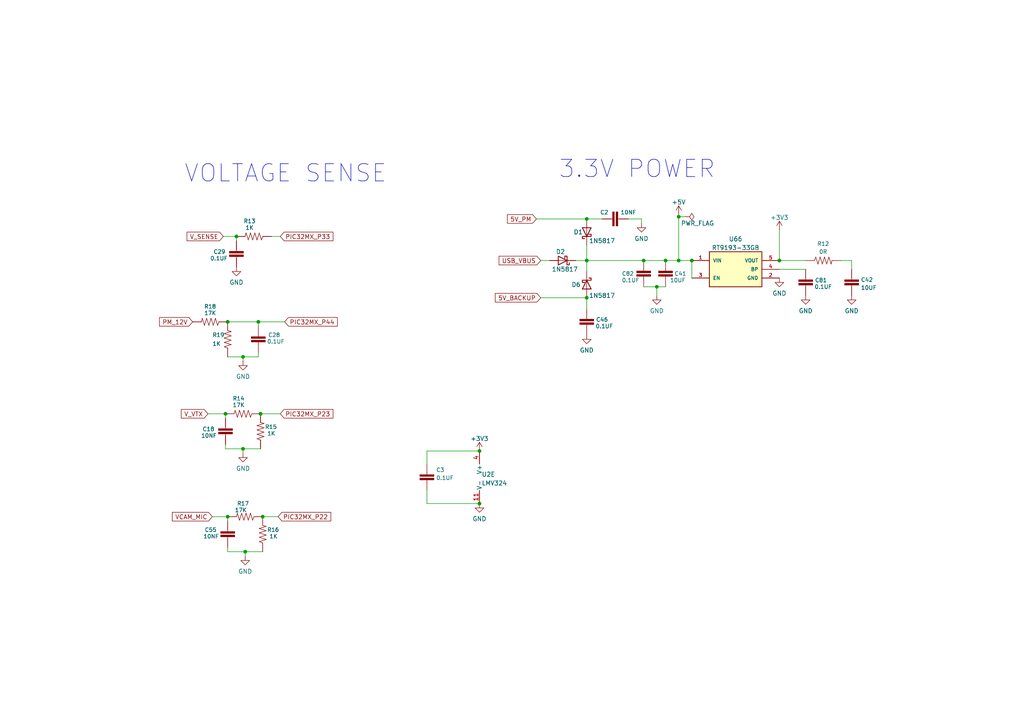
<source format=kicad_sch>
(kicad_sch (version 20211123) (generator eeschema)
  (paper "A4")
  (lib_symbols
    (symbol "Amplifier_Operational:LMV324" (pin_names (offset 0.127))
      (property "Reference" "U" (at 0 5.08 0))
      (property "Value" "LMV324" (at 0 -5.08 0))
      (symbol "LMV324_1_1"
        (polyline (pts (xy -5.08 5.08) (xy 5.08 0) (xy -5.08 -5.08) (xy -5.08 5.08)) (stroke (width 0.254)) (fill (type background)))
        (pin output line (at 7.62 0 180) (length 2.54) (name "~") (number "1"))
        (pin input line (at -7.62 -2.54 0) (length 2.54) (name "-") (number "2"))
        (pin input line (at -7.62 2.54 0) (length 2.54) (name "+") (number "3"))
      )
      (symbol "LMV324_2_1"
        (polyline (pts (xy -5.08 5.08) (xy 5.08 0) (xy -5.08 -5.08) (xy -5.08 5.08)) (stroke (width 0.254)) (fill (type background)))
        (pin input line (at -7.62 2.54 0) (length 2.54) (name "+") (number "5"))
        (pin input line (at -7.62 -2.54 0) (length 2.54) (name "-") (number "6"))
        (pin output line (at 7.62 0 180) (length 2.54) (name "~") (number "7"))
      )
      (symbol "LMV324_3_1"
        (polyline (pts (xy -5.08 5.08) (xy 5.08 0) (xy -5.08 -5.08) (xy -5.08 5.08)) (stroke (width 0.254)) (fill (type background)))
        (pin input line (at -7.62 2.54 0) (length 2.54) (name "+") (number "10"))
        (pin output line (at 7.62 0 180) (length 2.54) (name "~") (number "8"))
        (pin input line (at -7.62 -2.54 0) (length 2.54) (name "-") (number "9"))
      )
      (symbol "LMV324_4_1"
        (polyline (pts (xy -5.08 5.08) (xy 5.08 0) (xy -5.08 -5.08) (xy -5.08 5.08)) (stroke (width 0.254)) (fill (type background)))
        (pin input line (at -7.62 2.54 0) (length 2.54) (name "+") (number "12"))
        (pin input line (at -7.62 -2.54 0) (length 2.54) (name "-") (number "13"))
        (pin output line (at 7.62 0 180) (length 2.54) (name "~") (number "14"))
      )
      (symbol "LMV324_5_1"
        (pin power_in line (at -2.54 -7.62 90) (length 3.81) (name "V-") (number "11"))
        (pin power_in line (at -2.54 7.62 270) (length 3.81) (name "V+") (number "4"))
      )
    )
    (symbol "Diode:1N5817" (pin_numbers hide) (pin_names (offset 1.016) hide)
      (property "Reference" "D" (at 0 2.54 0))
      (property "Value" "1N5817" (at 0 -2.54 0))
      (symbol "1N5817_0_1"
        (polyline (pts (xy 1.27 0) (xy -1.27 0)))
        (polyline (pts (xy 1.27 1.27) (xy 1.27 -1.27) (xy -1.27 0) (xy 1.27 1.27)) (stroke (width 0.254)))
        (polyline (pts (xy -1.905 0.635) (xy -1.905 1.27) (xy -1.27 1.27) (xy -1.27 -1.27) (xy -0.635 -1.27) (xy -0.635 -0.635)) (stroke (width 0.254)))
      )
      (symbol "1N5817_1_1"
        (pin passive line (at -3.81 0 0) (length 2.54) (name "K") (number "1"))
        (pin passive line (at 3.81 0 180) (length 2.54) (name "A") (number "2"))
      )
    )
    (symbol "Regulator_Linear:RT9193-33GB" (pin_names (offset 1.016))
      (property "Reference" "U66" (at 0 8.7798 0))
      (property "Value" "RT9193-33GB" (at 0 6.2429 0))
      (symbol "RT9193-33GB_0_0"
        (rectangle (start -7.62 -5.08) (end 7.62 5.08) (stroke (width 0.254)) (fill (type background)))
        (pin input line (at -12.7 2.54 0) (length 5.08) (name "VIN") (number "1"))
        (pin power_in line (at 12.7 -2.54 180) (length 5.08) (name "GND") (number "2"))
        (pin input line (at -12.7 -2.54 0) (length 5.08) (name "EN") (number "3"))
        (pin passive line (at 12.7 0 180) (length 5.08) (name "BP") (number "4"))
        (pin power_out line (at 12.7 2.54 180) (length 5.08) (name "VOUT") (number "5"))
      )
    )
    (symbol "SparkFun-Capacitors:0.1UF-0402-16V-10%" (pin_numbers hide) (pin_names (offset 1.016) hide)
      (property "Reference" "C" (at 1.524 2.921 0))
      (property "Value" "0.1UF-0402-16V-10%" (at 1.524 -2.159 0))
      (property "Field4" "CAP-12416" (at 0 7.62 0))
      (symbol "0.1UF-0402-16V-10%_1_0"
        (polyline (pts (xy 0 0) (xy 0 0.508)))
        (polyline (pts (xy 0 2.54) (xy 0 2.032)))
      )
      (symbol "0.1UF-0402-16V-10%_1_1"
        (rectangle (start -2.032 0.508) (end 2.032 1.016) (fill (type outline)))
        (rectangle (start -2.032 1.524) (end 2.032 2.032) (fill (type outline)))
        (pin passive line (at 0 5.08 270) (length 2.54) (name "1") (number "1"))
        (pin passive line (at 0 -2.54 90) (length 2.54) (name "2") (number "2"))
      )
    )
    (symbol "SparkFun-Capacitors:1.0UF-0402-16V-10%" (pin_numbers hide) (pin_names (offset 1.016) hide)
      (property "Reference" "C" (at 1.524 2.921 0))
      (property "Value" "1.0UF-0402-16V-10%" (at 1.524 -2.159 0))
      (property "Field4" "CAP-12417" (at 0 7.62 0))
      (symbol "1.0UF-0402-16V-10%_1_0"
        (polyline (pts (xy 0 0) (xy 0 0.508)))
        (polyline (pts (xy 0 2.54) (xy 0 2.032)))
      )
      (symbol "1.0UF-0402-16V-10%_1_1"
        (rectangle (start -2.032 0.508) (end 2.032 1.016) (fill (type outline)))
        (rectangle (start -2.032 1.524) (end 2.032 2.032) (fill (type outline)))
        (pin passive line (at 0 5.08 270) (length 2.54) (name "1") (number "1"))
        (pin passive line (at 0 -2.54 90) (length 2.54) (name "2") (number "2"))
      )
    )
    (symbol "SparkFun-Capacitors:10UF-0603-6.3V-20%" (pin_numbers hide) (pin_names (offset 1.016) hide)
      (property "Reference" "C" (at 1.524 2.921 0))
      (property "Value" "10UF-0603-6.3V-20%" (at 1.524 -2.159 0))
      (property "Field4" "CAP-11015" (at 0 7.62 0))
      (symbol "10UF-0603-6.3V-20%_1_0"
        (polyline (pts (xy 0 0) (xy 0 0.508)))
        (polyline (pts (xy 0 2.54) (xy 0 2.032)))
      )
      (symbol "10UF-0603-6.3V-20%_1_1"
        (rectangle (start -2.032 0.508) (end 2.032 1.016) (fill (type outline)))
        (rectangle (start -2.032 1.524) (end 2.032 2.032) (fill (type outline)))
        (pin passive line (at 0 5.08 270) (length 2.54) (name "1") (number "1"))
        (pin passive line (at 0 -2.54 90) (length 2.54) (name "2") (number "2"))
      )
    )
    (symbol "SparkFun-Resistors:RESISTOR0402" (pin_numbers hide) (pin_names (offset 1.016) hide)
      (property "Reference" "R" (at -5.08 1.27 0))
      (property "Value" "RESISTOR0402" (at -5.08 -3.81 0))
      (property "Field4" " " (at 0 5.08 0))
      (symbol "RESISTOR0402_1_0"
        (polyline (pts (xy -2.54 0) (xy -2.159 1.016)))
        (polyline (pts (xy -2.159 1.016) (xy -1.524 -1.016)))
        (polyline (pts (xy -1.524 -1.016) (xy -0.889 1.016)))
        (polyline (pts (xy -0.889 1.016) (xy -0.254 -1.016)))
        (polyline (pts (xy -0.254 -1.016) (xy 0.381 1.016)))
        (polyline (pts (xy 0.381 1.016) (xy 1.016 -1.016)))
        (polyline (pts (xy 1.016 -1.016) (xy 1.651 1.016)))
        (polyline (pts (xy 1.651 1.016) (xy 2.286 -1.016)))
        (polyline (pts (xy 2.286 -1.016) (xy 2.54 0)))
      )
      (symbol "RESISTOR0402_1_1"
        (pin passive line (at -5.08 0 0) (length 2.54) (name "1") (number "1"))
        (pin passive line (at 5.08 0 180) (length 2.54) (name "2") (number "2"))
      )
    )
    (symbol "power:+3V3" (power) (pin_names (offset 0))
      (property "Value" "+3V3" (at 0 3.556 0))
      (symbol "+3V3_0_1"
        (polyline (pts (xy -0.762 1.27) (xy 0 2.54)))
        (polyline (pts (xy 0 0) (xy 0 2.54)))
        (polyline (pts (xy 0 2.54) (xy 0.762 1.27)))
      )
      (symbol "+3V3_1_1"
        (pin power_in line (at 0 0 90) (length 0) hide (name "+3V3") (number "1"))
      )
    )
    (symbol "power:+5V" (power) (pin_names (offset 0))
      (property "Value" "+5V" (at 0 3.556 0))
      (symbol "+5V_0_1"
        (polyline (pts (xy -0.762 1.27) (xy 0 2.54)))
        (polyline (pts (xy 0 0) (xy 0 2.54)))
        (polyline (pts (xy 0 2.54) (xy 0.762 1.27)))
      )
      (symbol "+5V_1_1"
        (pin power_in line (at 0 0 90) (length 0) hide (name "+5V") (number "1"))
      )
    )
    (symbol "power:GND" (power) (pin_names (offset 0))
      (property "Value" "GND" (at 0 -3.81 0))
      (symbol "GND_0_1"
        (polyline (pts (xy 0 0) (xy 0 -1.27) (xy 1.27 -1.27) (xy 0 -2.54) (xy -1.27 -1.27) (xy 0 -1.27)))
      )
      (symbol "GND_1_1"
        (pin power_in line (at 0 0 270) (length 0) hide (name "GND") (number "1"))
      )
    )
    (symbol "power:PWR_FLAG" (power) (pin_numbers hide) (pin_names (offset 0) hide)
      (property "Value" "PWR_FLAG" (at 0 3.81 0))
      (symbol "PWR_FLAG_0_0"
        (pin power_out line (at 0 0 90) (length 0) (name "pwr") (number "1"))
      )
      (symbol "PWR_FLAG_0_1"
        (polyline (pts (xy 0 0) (xy 0 1.27) (xy -1.016 1.905) (xy 0 2.54) (xy 1.016 1.905) (xy 0 1.27)))
      )
    )
  )
  (junction (at 170.18 86.36))
  (junction (at 196.85 62.865))
  (junction (at 75.565 120.015))
  (junction (at 71.12 160.02))
  (junction (at 193.04 75.565))
  (junction (at 65.405 120.015))
  (junction (at 70.485 130.175))
  (junction (at 186.69 75.565))
  (junction (at 170.18 63.5))
  (junction (at 139.065 146.05))
  (junction (at 190.5 83.185))
  (junction (at 66.04 93.345))
  (junction (at 200.66 75.565))
  (junction (at 226.06 75.565))
  (junction (at 76.2 149.86))
  (junction (at 66.04 149.86))
  (junction (at 68.58 68.58))
  (junction (at 139.065 130.81))
  (junction (at 196.85 75.565))
  (junction (at 74.93 93.345))
  (junction (at 70.485 103.505))
  (junction (at 170.18 75.565))
  (wire (pts (xy 156.845 75.565) (xy 159.385 75.565)))
  (wire (pts (xy 76.2 149.86) (xy 80.645 149.86)))
  (wire (pts (xy 170.18 63.5) (xy 174.625 63.5)))
  (wire (pts (xy 70.485 130.175) (xy 70.485 131.445)))
  (wire (pts (xy 70.485 130.175) (xy 75.565 130.175)))
  (wire (pts (xy 65.405 128.905) (xy 65.405 130.175)))
  (wire (pts (xy 70.485 104.775) (xy 70.485 103.505)))
  (wire (pts (xy 200.66 75.565) (xy 200.66 80.645)))
  (wire (pts (xy 243.84 75.565) (xy 247.015 75.565)))
  (wire (pts (xy 170.18 89.535) (xy 170.18 86.36)))
  (wire (pts (xy 190.5 83.185) (xy 193.04 83.185)))
  (wire (pts (xy 74.93 93.345) (xy 74.93 94.615)))
  (wire (pts (xy 74.93 93.345) (xy 82.55 93.345)))
  (wire (pts (xy 74.93 102.235) (xy 74.93 103.505)))
  (wire (pts (xy 66.04 151.13) (xy 66.04 149.86)))
  (wire (pts (xy 123.825 130.81) (xy 123.825 134.62)))
  (wire (pts (xy 75.565 120.015) (xy 81.28 120.015)))
  (wire (pts (xy 196.85 62.23) (xy 196.85 62.865)))
  (wire (pts (xy 66.04 93.345) (xy 74.93 93.345)))
  (wire (pts (xy 78.74 68.58) (xy 81.28 68.58)))
  (wire (pts (xy 226.06 75.565) (xy 233.68 75.565)))
  (wire (pts (xy 186.69 75.565) (xy 193.04 75.565)))
  (wire (pts (xy 170.18 71.12) (xy 170.18 75.565)))
  (wire (pts (xy 64.77 68.58) (xy 68.58 68.58)))
  (wire (pts (xy 196.85 62.865) (xy 196.85 75.565)))
  (wire (pts (xy 71.12 160.02) (xy 76.2 160.02)))
  (wire (pts (xy 65.405 130.175) (xy 70.485 130.175)))
  (wire (pts (xy 156.845 86.36) (xy 170.18 86.36)))
  (wire (pts (xy 70.485 103.505) (xy 74.93 103.505)))
  (wire (pts (xy 61.595 149.86) (xy 66.04 149.86)))
  (wire (pts (xy 66.04 158.75) (xy 66.04 160.02)))
  (wire (pts (xy 60.325 120.015) (xy 65.405 120.015)))
  (wire (pts (xy 226.06 66.675) (xy 226.06 75.565)))
  (wire (pts (xy 71.12 161.29) (xy 71.12 160.02)))
  (wire (pts (xy 170.18 75.565) (xy 167.005 75.565)))
  (wire (pts (xy 247.015 75.565) (xy 247.015 78.105)))
  (wire (pts (xy 155.575 63.5) (xy 170.18 63.5)))
  (wire (pts (xy 123.825 130.81) (xy 139.065 130.81)))
  (wire (pts (xy 170.18 75.565) (xy 170.18 78.74)))
  (wire (pts (xy 186.055 64.77) (xy 186.055 63.5)))
  (wire (pts (xy 193.04 75.565) (xy 196.85 75.565)))
  (wire (pts (xy 186.055 63.5) (xy 182.245 63.5)))
  (wire (pts (xy 198.755 62.865) (xy 196.85 62.865)))
  (wire (pts (xy 123.825 146.05) (xy 123.825 142.24)))
  (wire (pts (xy 190.5 83.185) (xy 190.5 85.725)))
  (wire (pts (xy 226.06 78.105) (xy 233.68 78.105)))
  (wire (pts (xy 65.405 120.015) (xy 65.405 121.285)))
  (wire (pts (xy 186.69 83.185) (xy 190.5 83.185)))
  (wire (pts (xy 123.825 146.05) (xy 139.065 146.05)))
  (wire (pts (xy 68.58 68.58) (xy 68.58 69.85)))
  (wire (pts (xy 196.85 75.565) (xy 200.66 75.565)))
  (wire (pts (xy 66.04 160.02) (xy 71.12 160.02)))
  (wire (pts (xy 66.04 103.505) (xy 70.485 103.505)))
  (wire (pts (xy 170.18 75.565) (xy 186.69 75.565)))
  (text "3.3V POWER" (at 161.925 52.07 0) (effects (font (size 5 5)) (justify left bottom)))
  (text "VOLTAGE SENSE" (at 53.34 53.34 0) (effects (font (size 5 5)) (justify left bottom)))
  (global_label "5V_BACKUP" (shape input) (at 156.845 86.36 180) (property "Intersheet References" "${INTERSHEET_REFS}" (effects hide)))
  (global_label "PIC32MX_P23" (shape input) (at 81.28 120.015 0) (property "Intersheet References" "${INTERSHEET_REFS}" (effects hide)))
  (global_label "V_SENSE" (shape input) (at 64.77 68.58 180) (property "Intersheet References" "${INTERSHEET_REFS}" (effects hide)))
  (global_label "PIC32MX_P33" (shape input) (at 81.28 68.58 0) (property "Intersheet References" "${INTERSHEET_REFS}" (effects hide)))
  (global_label "PIC32MX_P44" (shape input) (at 82.55 93.345 0) (property "Intersheet References" "${INTERSHEET_REFS}" (effects hide)))
  (global_label "5V_PM" (shape input) (at 155.575 63.5 180) (property "Intersheet References" "${INTERSHEET_REFS}" (effects hide)))
  (global_label "PM_12V" (shape input) (at 55.88 93.345 180) (property "Intersheet References" "${INTERSHEET_REFS}" (effects hide)))
  (global_label "VCAM_MIC" (shape input) (at 61.595 149.86 180) (property "Intersheet References" "${INTERSHEET_REFS}" (effects hide)))
  (global_label "USB_VBUS" (shape input) (at 156.845 75.565 180) (property "Intersheet References" "${INTERSHEET_REFS}" (effects hide)))
  (global_label "PIC32MX_P22" (shape input) (at 80.645 149.86 0) (property "Intersheet References" "${INTERSHEET_REFS}" (effects hide)))
  (global_label "V_VTX" (shape input) (at 60.325 120.015 180) (property "Intersheet References" "${INTERSHEET_REFS}" (effects hide)))
  (symbol (lib_id "SparkFun-Capacitors:1.0UF-0402-16V-10%") (at 66.04 156.21 0) (mirror y) (unit 1)
    (property "Reference" "C55" (at 62.865 153.67 0) (effects (font (size 1.143 1.143)) (justify left)))
    (property "Value" "10NF" (at 63.5 155.575 0) (effects (font (size 1.143 1.143)) (justify left)))
    (property "Footprint" "Capacitor_SMD:C_0402_1005Metric" (effects hide))
  )
  (symbol (lib_id "SparkFun-Capacitors:0.1UF-0402-16V-10%") (at 179.705 63.5 90) (unit 1)
    (property "Reference" "C2" (at 175.26 61.595 90) (effects (font (size 1.143 1.143))))
    (property "Value" "10NF" (at 182.245 61.595 90) (effects (font (size 1.143 1.143))))
    (property "Footprint" "Capacitor_SMD:C_0402_1005Metric" (effects hide))
  )
  (symbol (lib_id "Diode:1N5817") (at 163.195 75.565 180) (unit 1)
    (property "Reference" "D2" (at 162.56 73.025 0))
    (property "Value" "1N5817" (at 163.83 78.105 0))
    (property "Footprint" "Diode_SMD:D_SOD-323" (effects hide))
    (property "Datasheet" "http://www.vishay.com/docs/88525/1n5817.pdf" (effects hide))
  )
  (symbol (lib_id "SparkFun-Resistors:RESISTOR0402") (at 76.2 154.94 90) (unit 1)
    (property "Reference" "R16" (at 77.47 153.67 90) (effects (font (size 1.143 1.143)) (justify right)))
    (property "Value" "1K" (at 78.105 155.575 90) (effects (font (size 1.143 1.143)) (justify right)))
    (property "Footprint" "Resistor_SMD:R_0402_1005Metric" (effects hide))
    (property "Field4" " " (at 77.851 157.7691 90) (effects (font (size 1.524 1.524)) (justify right)))
  )
  (symbol (lib_id "power:+5V") (at 196.85 62.23 0) (unit 1)
    (property "Reference" "#PWR0209" (effects hide))
    (property "Value" "+5V" (at 196.85 58.6542 0))
  )
  (symbol (lib_id "power:GND") (at 70.485 104.775 0) (unit 1)
    (property "Reference" "#PWR0108" (effects hide))
    (property "Value" "GND" (at 70.485 109.2184 0))
  )
  (symbol (lib_id "SparkFun-Resistors:RESISTOR0402") (at 73.66 68.58 180) (unit 1)
    (property "Reference" "R13" (at 72.39 64.135 0) (effects (font (size 1.143 1.143))))
    (property "Value" "1K" (at 72.39 66.04 0) (effects (font (size 1.143 1.143))))
    (property "Footprint" "Resistor_SMD:R_0402_1005Metric" (effects hide))
    (property "Field4" " " (at 73.66 68.469 0) (effects (font (size 1.524 1.524))))
  )
  (symbol (lib_id "SparkFun-Resistors:RESISTOR0402") (at 238.76 75.565 0) (unit 1)
    (property "Reference" "R12" (at 238.76 70.7164 0) (effects (font (size 1.143 1.143))))
    (property "Value" "0R" (at 238.76 73.025 0) (effects (font (size 1.143 1.143))))
    (property "Footprint" "Resistor_SMD:R_0402_1005Metric" (effects hide))
    (property "Field4" " " (at 238.76 75.676 0) (effects (font (size 1.524 1.524))))
  )
  (symbol (lib_id "power:GND") (at 139.065 146.05 0) (unit 1)
    (property "Reference" "#PWR0129" (effects hide))
    (property "Value" "GND" (at 139.065 150.4934 0))
  )
  (symbol (lib_id "SparkFun-Capacitors:1.0UF-0402-16V-10%") (at 68.58 74.93 0) (mirror y) (unit 1)
    (property "Reference" "C29" (at 65.405 73.025 0) (effects (font (size 1.143 1.143)) (justify left)))
    (property "Value" "0.1UF" (at 66.04 74.93 0) (effects (font (size 1.143 1.143)) (justify left)))
    (property "Footprint" "Capacitor_SMD:C_0402_1005Metric" (effects hide))
  )
  (symbol (lib_id "power:GND") (at 190.5 85.725 0) (unit 1)
    (property "Reference" "#PWR0105" (effects hide))
    (property "Value" "GND" (at 190.5 90.1684 0))
  )
  (symbol (lib_id "SparkFun-Capacitors:0.1UF-0402-16V-10%") (at 123.825 139.7 0) (unit 1)
    (property "Reference" "C3" (at 126.492 136.2995 0) (effects (font (size 1.143 1.143)) (justify left)))
    (property "Value" "0.1UF" (at 126.492 138.6081 0) (effects (font (size 1.143 1.143)) (justify left)))
    (property "Footprint" "Capacitor_SMD:C_0402_1005Metric" (effects hide))
  )
  (symbol (lib_id "SparkFun-Capacitors:0.1UF-0402-16V-10%") (at 186.69 80.645 0) (unit 1)
    (property "Reference" "C82" (at 180.34 79.375 0) (effects (font (size 1.143 1.143)) (justify left)))
    (property "Value" "0.1UF" (at 180.34 81.28 0) (effects (font (size 1.143 1.143)) (justify left)))
    (property "Footprint" "Capacitor_SMD:C_0402_1005Metric" (effects hide))
  )
  (symbol (lib_id "power:+3V3") (at 226.06 66.675 0) (unit 1)
    (property "Reference" "#PWR0111" (effects hide))
    (property "Value" "+3V3" (at 226.06 63.0992 0))
  )
  (symbol (lib_id "Amplifier_Operational:LMV324") (at 141.605 138.43 0) (unit 5)
    (property "Reference" "U2" (at 139.7 137.5953 0) (effects (justify left)))
    (property "Value" "LMV324" (at 139.7 140.1322 0) (effects (justify left)))
    (property "Footprint" "Package_SO:TSSOP-14_4.4x5mm_P0.65mm" (effects hide))
    (property "Datasheet" "http://www.ti.com/lit/ds/symlink/lmv324.pdf" (effects hide))
  )
  (symbol (lib_id "SparkFun-Resistors:RESISTOR0402") (at 66.04 98.425 90) (unit 1)
    (property "Reference" "R19" (at 61.595 97.155 90) (effects (font (size 1.143 1.143)) (justify right)))
    (property "Value" "1K" (at 61.595 99.695 90) (effects (font (size 1.143 1.143)) (justify right)))
    (property "Footprint" "Resistor_SMD:R_0402_1005Metric" (effects hide))
    (property "Field4" " " (at 67.691 101.2541 90) (effects (font (size 1.524 1.524)) (justify right)))
  )
  (symbol (lib_id "power:GND") (at 71.12 161.29 0) (unit 1)
    (property "Reference" "#PWR0110" (effects hide))
    (property "Value" "GND" (at 71.12 165.7334 0))
  )
  (symbol (lib_id "SparkFun-Resistors:RESISTOR0402") (at 60.96 93.345 180) (unit 1)
    (property "Reference" "R18" (at 60.96 88.9 0) (effects (font (size 1.143 1.143))))
    (property "Value" "17K" (at 60.96 90.805 0) (effects (font (size 1.143 1.143))))
    (property "Footprint" "Resistor_SMD:R_0402_1005Metric" (effects hide))
    (property "Field4" " " (at 60.96 93.234 0) (effects (font (size 1.524 1.524))))
  )
  (symbol (lib_id "SparkFun-Capacitors:0.1UF-0402-16V-10%") (at 233.68 80.645 180) (unit 1)
    (property "Reference" "C81" (at 238.125 81.28 0) (effects (font (size 1.143 1.143))))
    (property "Value" "0.1UF" (at 238.76 83.185 0) (effects (font (size 1.143 1.143))))
    (property "Footprint" "Capacitor_SMD:C_0402_1005Metric" (effects hide))
  )
  (symbol (lib_id "SparkFun-Capacitors:1.0UF-0402-16V-10%") (at 74.93 99.695 0) (mirror y) (unit 1)
    (property "Reference" "C28" (at 81.28 97.155 0) (effects (font (size 1.143 1.143)) (justify left)))
    (property "Value" "0.1UF" (at 82.55 99.06 0) (effects (font (size 1.143 1.143)) (justify left)))
    (property "Footprint" "Capacitor_SMD:C_0402_1005Metric" (effects hide))
  )
  (symbol (lib_id "Diode:1N5817") (at 170.18 67.31 90) (unit 1)
    (property "Reference" "D1" (at 166.37 67.31 90) (effects (justify right)))
    (property "Value" "1N5817" (at 170.815 69.85 90) (effects (justify right)))
    (property "Footprint" "Diode_SMD:D_SOD-323" (effects hide))
    (property "Datasheet" "http://www.vishay.com/docs/88525/1n5817.pdf" (effects hide))
  )
  (symbol (lib_id "Regulator_Linear:RT9193-33GB") (at 213.36 78.105 0) (unit 1)
    (property "Reference" "U66" (at 213.36 69.3252 0))
    (property "Value" "RT9193-33GB" (at 213.36 71.8621 0))
    (property "Footprint" "Package_TO_SOT_SMD:SOT-23-5" (effects hide))
    (property "MP" "RT9193-33GB" (effects hide))
    (property "PACKAGE" "SOT-23-5" (effects hide))
    (property "MF" "RICHTEK" (effects hide))
  )
  (symbol (lib_id "power:PWR_FLAG") (at 198.755 62.865 270) (unit 1)
    (property "Reference" "#FLG0101" (effects hide))
    (property "Value" "PWR_FLAG" (at 197.485 64.77 90) (effects (justify left)))
  )
  (symbol (lib_id "SparkFun-Capacitors:1.0UF-0402-16V-10%") (at 65.405 126.365 0) (mirror y) (unit 1)
    (property "Reference" "C18" (at 62.23 124.46 0) (effects (font (size 1.143 1.143)) (justify left)))
    (property "Value" "10NF" (at 62.865 126.365 0) (effects (font (size 1.143 1.143)) (justify left)))
    (property "Footprint" "Capacitor_SMD:C_0402_1005Metric" (effects hide))
  )
  (symbol (lib_id "SparkFun-Resistors:RESISTOR0402") (at 75.565 125.095 90) (unit 1)
    (property "Reference" "R15" (at 76.835 123.825 90) (effects (font (size 1.143 1.143)) (justify right)))
    (property "Value" "1K" (at 77.47 125.73 90) (effects (font (size 1.143 1.143)) (justify right)))
    (property "Footprint" "Resistor_SMD:R_0402_1005Metric" (effects hide))
    (property "Field4" " " (at 77.216 127.9241 90) (effects (font (size 1.524 1.524)) (justify right)))
  )
  (symbol (lib_id "SparkFun-Resistors:RESISTOR0402") (at 70.485 120.015 180) (unit 1)
    (property "Reference" "R14" (at 69.215 115.57 0) (effects (font (size 1.143 1.143))))
    (property "Value" "17K" (at 69.215 117.475 0) (effects (font (size 1.143 1.143))))
    (property "Footprint" "Resistor_SMD:R_0402_1005Metric" (effects hide))
    (property "Field4" " " (at 70.485 119.904 0) (effects (font (size 1.524 1.524))))
  )
  (symbol (lib_id "SparkFun-Capacitors:10UF-0603-6.3V-20%") (at 247.015 83.185 0) (unit 1)
    (property "Reference" "C42" (at 249.682 81.1511 0) (effects (font (size 1.143 1.143)) (justify left)))
    (property "Value" "10UF" (at 249.682 83.4597 0) (effects (font (size 1.143 1.143)) (justify left)))
    (property "Footprint" "Capacitor_SMD:C_0603_1608Metric" (effects hide))
  )
  (symbol (lib_id "power:+3V3") (at 139.065 130.81 0) (unit 1)
    (property "Reference" "#PWR0210" (effects hide))
    (property "Value" "+3V3" (at 139.065 127.2342 0))
  )
  (symbol (lib_id "power:GND") (at 186.055 64.77 0) (unit 1)
    (property "Reference" "#PWR0104" (effects hide))
    (property "Value" "GND" (at 186.055 69.2134 0))
  )
  (symbol (lib_id "SparkFun-Capacitors:10UF-0603-6.3V-20%") (at 193.04 80.645 0) (unit 1)
    (property "Reference" "C41" (at 195.58 79.375 0) (effects (font (size 1.143 1.143)) (justify left)))
    (property "Value" "10UF" (at 194.31 81.28 0) (effects (font (size 1.143 1.143)) (justify left)))
    (property "Footprint" "Capacitor_SMD:C_0603_1608Metric" (effects hide))
  )
  (symbol (lib_id "SparkFun-Resistors:RESISTOR0402") (at 71.12 149.86 180) (unit 1)
    (property "Reference" "R17" (at 70.485 146.05 0) (effects (font (size 1.143 1.143))))
    (property "Value" "17K" (at 69.85 147.955 0) (effects (font (size 1.143 1.143))))
    (property "Footprint" "Resistor_SMD:R_0402_1005Metric" (effects hide))
    (property "Field4" " " (at 71.12 149.749 0) (effects (font (size 1.524 1.524))))
  )
  (symbol (lib_id "power:GND") (at 68.58 77.47 0) (unit 1)
    (property "Reference" "#PWR0107" (effects hide))
    (property "Value" "GND" (at 68.58 81.9134 0))
  )
  (symbol (lib_id "power:GND") (at 170.18 97.155 0) (unit 1)
    (property "Reference" "#PWR0106" (effects hide))
    (property "Value" "GND" (at 170.18 101.5984 0))
  )
  (symbol (lib_id "power:GND") (at 70.485 131.445 0) (unit 1)
    (property "Reference" "#PWR0109" (effects hide))
    (property "Value" "GND" (at 70.485 135.8884 0))
  )
  (symbol (lib_id "SparkFun-Capacitors:0.1UF-0402-16V-10%") (at 170.18 92.075 180) (unit 1)
    (property "Reference" "C46" (at 174.625 92.71 0) (effects (font (size 1.143 1.143))))
    (property "Value" "0.1UF" (at 175.26 94.615 0) (effects (font (size 1.143 1.143))))
    (property "Footprint" "Capacitor_SMD:C_0402_1005Metric" (effects hide))
  )
  (symbol (lib_id "power:GND") (at 226.06 80.645 0) (unit 1)
    (property "Reference" "#PWR0112" (effects hide))
    (property "Value" "GND" (at 226.06 85.0884 0))
  )
  (symbol (lib_id "power:GND") (at 233.68 85.725 0) (unit 1)
    (property "Reference" "#PWR0113" (effects hide))
    (property "Value" "GND" (at 233.68 90.1684 0))
  )
  (symbol (lib_id "power:GND") (at 247.015 85.725 0) (unit 1)
    (property "Reference" "#PWR0114" (effects hide))
    (property "Value" "GND" (at 247.015 90.1684 0))
  )
  (symbol (lib_id "Diode:1N5817") (at 170.18 82.55 270) (unit 1)
    (property "Reference" "D6" (at 165.735 82.55 90) (effects (justify left)))
    (property "Value" "1N5817" (at 170.815 85.725 90) (effects (justify left)))
    (property "Footprint" "Diode_SMD:D_SOD-323" (effects hide))
    (property "Datasheet" "http://www.vishay.com/docs/88525/1n5817.pdf" (effects hide))
  )
)
</source>
